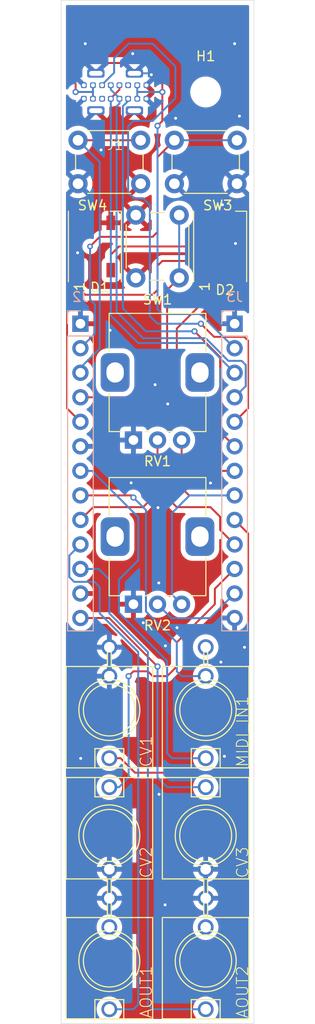
<source format=kicad_pcb>
(kicad_pcb (version 20240108) (generator "pcbnew") (generator_version "8.0")
  (layers (0 "F.Cu" signal) (31 "B.Cu" signal) (34 "B.Paste" user) (35 "F.Paste" user) (36 "B.SilkS" user "B.Silkscreen") (37 "F.SilkS" user "F.Silkscreen") (38 "B.Mask" user) (39 "F.Mask" user) (44 "Edge.Cuts" user))
  (net 0 "")
  (net 1 "GND")
  (net 3 "/AOUT1")
  (net 5 "/AOUT2")
  (net 6 "/CV1_JACK")
  (net 7 "/CV2_JACK")
  (net 8 "/CV3_JACK")
  (net 9 "+5V")
  (net 10 "/RGB")
  (net 11 "Net-(D1-DOUT)")
  (net 12 "/D+")
  (net 13 "/CC1")
  (net 14 "/VBUS")
  (net 16 "/D-")
  (net 17 "/CC2")
  (net 19 "/-10V_REF")
  (net 20 "/CV2_POT")
  (net 21 "/CV1_POT")
  (net 22 "/RESET")
  (net 23 "/MIDI_T")
  (net 24 "/USBBOOT")
  (net 25 "/MIDI_R")
  (net 26 "/SW1")
  (footprint "toepler_pro:WQP-PJ301M-12_JACK" (layer "F.Cu") (at 115 143.5 180)
    (property "Reference" "AOUT2" (at -4.5 -6 90) (layer "F.SilkS") (effects (font (size 1.1684 1.1684) (thickness 0.1016)) (justify left bottom)))
    (property "Value" "WQP-PJ301M-12_JACK")
    (fp_line (start 4.5 4.5) (end 4.5 -6) (stroke (width 0.127)) (layer "F.SilkS"))
    (fp_line (start 1.5 -4) (end 1.5 -6) (stroke (width 0.127)) (layer "F.SilkS"))
    (fp_line (start 1.5 -6) (end 4.5 -6) (stroke (width 0.127)) (layer "F.SilkS"))
    (fp_line (start 0.2 6.7) (end 0.2 4.5) (stroke (width 0.127)) (layer "F.SilkS"))
    (fp_line (start 0.2 4.5) (end 4.5 4.5) (stroke (width 0.127)) (layer "F.SilkS"))
    (fp_line (start -0.2 6.7) (end 0.2 6.7) (stroke (width 0.127)) (layer "F.SilkS"))
    (fp_line (start -0.2 4.6) (end -0.2 6.7) (stroke (width 0.127)) (layer "F.SilkS"))
    (fp_line (start -1.5 -4) (end 1.5 -4) (stroke (width 0.127)) (layer "F.SilkS"))
    (fp_line (start -1.5 -6) (end 1.5 -6) (stroke (width 0.127)) (layer "F.SilkS"))
    (fp_line (start -1.5 -6) (end -1.5 -4) (stroke (width 0.127)) (layer "F.SilkS"))
    (fp_line (start -4.5 4.5) (end 0.2 4.5) (stroke (width 0.127)) (layer "F.SilkS"))
    (fp_line (start -4.5 -6) (end -1.5 -6) (stroke (width 0.127)) (layer "F.SilkS"))
    (fp_line (start -4.5 -6) (end -4.5 4.5) (stroke (width 0.127)) (layer "F.SilkS"))
    (fp_circle (center 0 0) (end 3.162275 0) (stroke (width 0.127)) (fill none) (layer "F.SilkS"))
    (fp_circle (center 0 0) (end 2.690721 0) (stroke (width 0.127)) (fill none) (layer "F.SilkS"))
    (pad "P$1" thru_hole circle (at 0 -5 180) (size 1.65 1.65) (drill 1.1) (layers "*.Cu" "*.Mask") (net 5 "/AOUT2"))
    (pad "P$2" thru_hole circle (at 0 3.5 180) (size 1.65 1.65) (drill 1.1) (layers "*.Cu" "*.Mask"))
    (pad "P$3" thru_hole circle (at 0 6.5 180) (size 1.65 1.65) (drill 1.1) (layers "*.Cu" "*.Mask") (net 1 "GND"))
    (zone (net 0) (net_name "") (layer "F.Cu") (connect_pads (clearance 0)) (min_thickness 0.25)
      (keepout (tracks not_allowed) (vias not_allowed) (pads not_allowed) (copperpour not_allowed) (footprints allowed))
      (fill (thermal_gap 0.5) (thermal_bridge_width 0.5))
      (polygon (pts (xy 117.8 140.7) (xy 112.2 140.7) (xy 112.2 146.3) (xy 117.8 146.3)))
    )
  )
  (footprint "toepler_pro:WQP-PJ301M-12_JACK" (layer "F.Cu") (at 115 117.5 180)
    (property "Reference" "MIDI_IN1" (at -4.5 -6 90) (layer "F.SilkS") (effects (font (size 1.1684 1.1684) (thickness 0.1016)) (justify left bottom)))
    (property "Value" "STEREO JACK")
    (fp_line (start 4.5 4.5) (end 4.5 -6) (stroke (width 0.127)) (layer "F.SilkS"))
    (fp_line (start 1.5 -4) (end 1.5 -6) (stroke (width 0.127)) (layer "F.SilkS"))
    (fp_line (start 1.5 -6) (end 4.5 -6) (stroke (width 0.127)) (layer "F.SilkS"))
    (fp_line (start 0.2 6.7) (end 0.2 4.5) (stroke (width 0.127)) (layer "F.SilkS"))
    (fp_line (start 0.2 4.5) (end 4.5 4.5) (stroke (width 0.127)) (layer "F.SilkS"))
    (fp_line (start -0.2 6.7) (end 0.2 6.7) (stroke (width 0.127)) (layer "F.SilkS"))
    (fp_line (start -0.2 4.6) (end -0.2 6.7) (stroke (width 0.127)) (layer "F.SilkS"))
    (fp_line (start -1.5 -4) (end 1.5 -4) (stroke (width 0.127)) (layer "F.SilkS"))
    (fp_line (start -1.5 -6) (end 1.5 -6) (stroke (width 0.127)) (layer "F.SilkS"))
    (fp_line (start -1.5 -6) (end -1.5 -4) (stroke (width 0.127)) (layer "F.SilkS"))
    (fp_line (start -4.5 4.5) (end 0.2 4.5) (stroke (width 0.127)) (layer "F.SilkS"))
    (fp_line (start -4.5 -6) (end -1.5 -6) (stroke (width 0.127)) (layer "F.SilkS"))
    (fp_line (start -4.5 -6) (end -4.5 4.5) (stroke (width 0.127)) (layer "F.SilkS"))
    (fp_circle (center 0 0) (end 3.162275 0) (stroke (width 0.127)) (fill none) (layer "F.SilkS"))
    (fp_circle (center 0 0) (end 2.690721 0) (stroke (width 0.127)) (fill none) (layer "F.SilkS"))
    (pad "P$1" thru_hole circle (at 0 -5 180) (size 1.65 1.65) (drill 1.1) (layers "*.Cu" "*.Mask") (net 23 "/MIDI_T"))
    (pad "P$2" thru_hole circle (at 0 3.5 180) (size 1.65 1.65) (drill 1.1) (layers "*.Cu" "*.Mask") (net 25 "/MIDI_R"))
    (pad "P$3" thru_hole circle (at 0 6.5 180) (size 1.65 1.65) (drill 1.1) (layers "*.Cu" "*.Mask"))
    (zone (net 0) (net_name "") (layer "F.Cu") (connect_pads (clearance 0)) (min_thickness 0.25)
      (keepout (tracks not_allowed) (vias not_allowed) (pads not_allowed) (copperpour not_allowed) (footprints allowed))
      (fill (thermal_gap 0.5) (thermal_bridge_width 0.5))
      (polygon (pts (xy 117.8 114.7) (xy 112.2 114.7) (xy 112.2 120.3) (xy 117.8 120.3)))
    )
  )
  (footprint "Button_Switch_THT:SW_PUSH_6mm_H13mm" (layer "F.Cu") (at 118.25 63 180)
    (property "Reference" "SW3" (at 2 -2.25 0) (layer "F.SilkS"))
    (property "Value" "SW_Push")
    (fp_line (start 6.75 3) (end 6.75 1.5) (stroke (width 0.12)) (layer "F.SilkS"))
    (fp_line (start 5.5 -1) (end 1 -1) (stroke (width 0.12)) (layer "F.SilkS"))
    (fp_line (start 1 5.5) (end 5.5 5.5) (stroke (width 0.12)) (layer "F.SilkS"))
    (fp_line (start -0.25 1.5) (end -0.25 3) (stroke (width 0.12)) (layer "F.SilkS"))
    (pad "1" thru_hole circle (at 0 0 270) (size 2 2) (drill 1.1) (layers "*.Cu" "*.Mask") (net 1 "GND"))
    (pad "1" thru_hole circle (at 6.5 0 270) (size 2 2) (drill 1.1) (layers "*.Cu" "*.Mask") (net 1 "GND"))
    (pad "2" thru_hole circle (at 0 4.5 270) (size 2 2) (drill 1.1) (layers "*.Cu" "*.Mask") (net 22 "/RESET"))
    (pad "2" thru_hole circle (at 6.5 4.5 270) (size 2 2) (drill 1.1) (layers "*.Cu" "*.Mask") (net 22 "/RESET"))
  )
  (footprint "LED_SMD:LED_WS2812B_PLCC4_5.0x5.0mm_P3.2mm" (layer "F.Cu") (at 116.5 69.5 90)
    (property "Reference" "D2" (at -4.5 0.5 180) (layer "F.SilkS"))
    (property "Value" "WS2812B")
    (fp_line (start -3.65 -2.75) (end 3.65 -2.75) (stroke (width 0.12)) (layer "F.SilkS"))
    (fp_line (start 3.65 2.75) (end 3.65 1.6) (stroke (width 0.12)) (layer "F.SilkS"))
    (fp_line (start -3.65 2.75) (end 3.65 2.75) (stroke (width 0.12)) (layer "F.SilkS"))
    (fp_text user "1" (at -4.15 -1.6 90) (layer "F.SilkS"))
    (pad "1" smd rect (at -2.45 -1.65 90) (size 1.5 0.9) (layers "F.Cu" "F.Paste" "F.Mask") (net 9 "+5V"))
    (pad "2" smd rect (at -2.45 1.65 90) (size 1.5 0.9) (layers "F.Cu" "F.Paste" "F.Mask"))
    (pad "3" smd rect (at 2.45 1.65 90) (size 1.5 0.9) (layers "F.Cu" "F.Paste" "F.Mask") (net 1 "GND"))
    (pad "4" smd rect (at 2.45 -1.65 90) (size 1.5 0.9) (layers "F.Cu" "F.Paste" "F.Mask") (net 11 "Net-(D1-DOUT)"))
  )
  (footprint "toepler_pro:WQP-PJ301M-12_JACK" (layer "F.Cu") (at 105 130.5)
    (property "Reference" "CV2" (at 4.5 4.5 90) (layer "F.SilkS") (effects (font (size 1.1684 1.1684) (thickness 0.1016)) (justify left bottom)))
    (property "Value" "MONO JACK")
    (fp_line (start -4.5 -6) (end -4.5 4.5) (stroke (width 0.127)) (layer "F.SilkS"))
    (fp_line (start -4.5 -6) (end -1.5 -6) (stroke (width 0.127)) (layer "F.SilkS"))
    (fp_line (start -4.5 4.5) (end 0.2 4.5) (stroke (width 0.127)) (layer "F.SilkS"))
    (fp_line (start -1.5 -6) (end -1.5 -4) (stroke (width 0.127)) (layer "F.SilkS"))
    (fp_line (start -1.5 -6) (end 1.5 -6) (stroke (width 0.127)) (layer "F.SilkS"))
    (fp_line (start -1.5 -4) (end 1.5 -4) (stroke (width 0.127)) (layer "F.SilkS"))
    (fp_line (start -0.2 4.6) (end -0.2 6.7) (stroke (width 0.127)) (layer "F.SilkS"))
    (fp_line (start -0.2 6.7) (end 0.2 6.7) (stroke (width 0.127)) (layer "F.SilkS"))
    (fp_line (start 0.2 4.5) (end 4.5 4.5) (stroke (width 0.127)) (layer "F.SilkS"))
    (fp_line (start 0.2 6.7) (end 0.2 4.5) (stroke (width 0.127)) (layer "F.SilkS"))
    (fp_line (start 1.5 -6) (end 4.5 -6) (stroke (width 0.127)) (layer "F.SilkS"))
    (fp_line (start 1.5 -4) (end 1.5 -6) (stroke (width 0.127)) (layer "F.SilkS"))
    (fp_line (start 4.5 4.5) (end 4.5 -6) (stroke (width 0.127)) (layer "F.SilkS"))
    (fp_circle (center 0 0) (end 2.690721 0) (stroke (width 0.127)) (fill none) (layer "F.SilkS"))
    (fp_circle (center 0 0) (end 3.162275 0) (stroke (width 0.127)) (fill none) (layer "F.SilkS"))
    (pad "P$1" thru_hole circle (at 0 -5) (size 1.65 1.65) (drill 1.1) (layers "*.Cu" "*.Mask") (net 7 "/CV2_JACK"))
    (pad "P$2" thru_hole circle (at 0 3.5) (size 1.65 1.65) (drill 1.1) (layers "*.Cu" "*.Mask") (net 1 "GND"))
    (pad "P$3" thru_hole circle (at 0 6.5) (size 1.65 1.65) (drill 1.1) (layers "*.Cu" "*.Mask") (net 1 "GND"))
    (zone (net 0) (net_name "") (layer "F.Cu") (connect_pads (clearance 0)) (min_thickness 0.25)
      (keepout (tracks not_allowed) (vias not_allowed) (pads not_allowed) (copperpour not_allowed) (footprints allowed))
      (fill (thermal_gap 0.5) (thermal_bridge_width 0.5))
      (polygon (pts (xy 102.2 133.3) (xy 107.8 133.3) (xy 107.8 127.7) (xy 102.2 127.7)))
    )
  )
  (footprint "Button_Switch_THT:SW_PUSH_6mm_H13mm" (layer "F.Cu") (at 108.25 63 180)
    (property "Reference" "SW4" (at 5 -2.25 0) (layer "F.SilkS"))
    (property "Value" "SW_Push")
    (fp_line (start 6.75 3) (end 6.75 1.5) (stroke (width 0.12)) (layer "F.SilkS"))
    (fp_line (start 5.5 -1) (end 1 -1) (stroke (width 0.12)) (layer "F.SilkS"))
    (fp_line (start 1 5.5) (end 5.5 5.5) (stroke (width 0.12)) (layer "F.SilkS"))
    (fp_line (start -0.25 1.5) (end -0.25 3) (stroke (width 0.12)) (layer "F.SilkS"))
    (pad "1" thru_hole circle (at 0 0 270) (size 2 2) (drill 1.1) (layers "*.Cu" "*.Mask") (net 1 "GND"))
    (pad "1" thru_hole circle (at 6.5 0 270) (size 2 2) (drill 1.1) (layers "*.Cu" "*.Mask") (net 1 "GND"))
    (pad "2" thru_hole circle (at 0 4.5 270) (size 2 2) (drill 1.1) (layers "*.Cu" "*.Mask") (net 24 "/USBBOOT"))
    (pad "2" thru_hole circle (at 6.5 4.5 270) (size 2 2) (drill 1.1) (layers "*.Cu" "*.Mask") (net 24 "/USBBOOT"))
  )
  (footprint "toepler_pro:WQP-PJ301M-12_JACK" (layer "F.Cu") (at 115 130.5)
    (property "Reference" "CV3" (at 4.5 4.5 90) (layer "F.SilkS") (effects (font (size 1.1684 1.1684) (thickness 0.1016)) (justify left bottom)))
    (property "Value" "MONO JACK")
    (fp_line (start -4.5 -6) (end -4.5 4.5) (stroke (width 0.127)) (layer "F.SilkS"))
    (fp_line (start -4.5 -6) (end -1.5 -6) (stroke (width 0.127)) (layer "F.SilkS"))
    (fp_line (start -4.5 4.5) (end 0.2 4.5) (stroke (width 0.127)) (layer "F.SilkS"))
    (fp_line (start -1.5 -6) (end -1.5 -4) (stroke (width 0.127)) (layer "F.SilkS"))
    (fp_line (start -1.5 -6) (end 1.5 -6) (stroke (width 0.127)) (layer "F.SilkS"))
    (fp_line (start -1.5 -4) (end 1.5 -4) (stroke (width 0.127)) (layer "F.SilkS"))
    (fp_line (start -0.2 4.6) (end -0.2 6.7) (stroke (width 0.127)) (layer "F.SilkS"))
    (fp_line (start -0.2 6.7) (end 0.2 6.7) (stroke (width 0.127)) (layer "F.SilkS"))
    (fp_line (start 0.2 4.5) (end 4.5 4.5) (stroke (width 0.127)) (layer "F.SilkS"))
    (fp_line (start 0.2 6.7) (end 0.2 4.5) (stroke (width 0.127)) (layer "F.SilkS"))
    (fp_line (start 1.5 -6) (end 4.5 -6) (stroke (width 0.127)) (layer "F.SilkS"))
    (fp_line (start 1.5 -4) (end 1.5 -6) (stroke (width 0.127)) (layer "F.SilkS"))
    (fp_line (start 4.5 4.5) (end 4.5 -6) (stroke (width 0.127)) (layer "F.SilkS"))
    (fp_circle (center 0 0) (end 2.690721 0) (stroke (width 0.127)) (fill none) (layer "F.SilkS"))
    (fp_circle (center 0 0) (end 3.162275 0) (stroke (width 0.127)) (fill none) (layer "F.SilkS"))
    (pad "P$1" thru_hole circle (at 0 -5) (size 1.65 1.65) (drill 1.1) (layers "*.Cu" "*.Mask") (net 8 "/CV3_JACK"))
    (pad "P$2" thru_hole circle (at 0 3.5) (size 1.65 1.65) (drill 1.1) (layers "*.Cu" "*.Mask") (net 1 "GND"))
    (pad "P$3" thru_hole circle (at 0 6.5) (size 1.65 1.65) (drill 1.1) (layers "*.Cu" "*.Mask") (net 1 "GND"))
    (zone (net 0) (net_name "") (layer "F.Cu") (connect_pads (clearance 0)) (min_thickness 0.25)
      (keepout (tracks not_allowed) (vias not_allowed) (pads not_allowed) (copperpour not_allowed) (footprints allowed))
      (fill (thermal_gap 0.5) (thermal_bridge_width 0.5))
      (polygon (pts (xy 112.2 133.3) (xy 117.8 133.3) (xy 117.8 127.7) (xy 112.2 127.7)))
    )
  )
  (footprint "Library:Potentiometer_Alps_RK09K_Single_Vertical_DSHAFT" (layer "F.Cu") (at 107.5 106.55 90)
    (property "Reference" "RV2" (at -2.2 2.5 180) (layer "F.SilkS"))
    (property "Value" "B10k")
    (fp_line (start 13.12 -2.521) (end 13.12 7.52) (stroke (width 0.12)) (layer "F.SilkS"))
    (fp_line (start 9.184 -2.521) (end 13.12 -2.521) (stroke (width 0.12)) (layer "F.SilkS"))
    (fp_line (start 0.88 -2.521) (end 4.817 -2.521) (stroke (width 0.12)) (layer "F.SilkS"))
    (fp_line (start 0.88 -2.521) (end 0.88 -1.2) (stroke (width 0.12)) (layer "F.SilkS"))
    (fp_line (start 0.88 1.25) (end 0.88 1.63) (stroke (width 0.12)) (layer "F.SilkS"))
    (fp_line (start 0.88 3.371) (end 0.88 4.13) (stroke (width 0.12)) (layer "F.SilkS"))
    (fp_line (start 0.88 5.87) (end 0.88 7.52) (stroke (width 0.12)) (layer "F.SilkS"))
    (fp_line (start 9.184 7.52) (end 13.12 7.52) (stroke (width 0.12)) (layer "F.SilkS"))
    (fp_line (start 0.88 7.52) (end 4.817 7.52) (stroke (width 0.12)) (layer "F.SilkS"))
    (pad "1" thru_hole rect (at 0 0 90) (size 1.8 1.8) (drill 1) (layers "*.Cu" "*.Mask") (net 1 "GND"))
    (pad "2" thru_hole circle (at 0 2.5 90) (size 1.8 1.8) (drill 1) (layers "*.Cu" "*.Mask") (net 20 "/CV2_POT"))
    (pad "3" thru_hole circle (at 0 5 90) (size 1.8 1.8) (drill 1) (layers "*.Cu" "*.Mask") (net 19 "/-10V_REF"))
    (pad "MP" thru_hole roundrect (at 7 -1.9 90) (size 4 3) (drill oval 2.1 1.8) (layers "*.Cu" "*.Mask"))
    (pad "MP" thru_hole roundrect (at 7 6.9 90) (size 4 3) (drill oval 2.1 1.8) (layers "*.Cu" "*.Mask"))
  )
  (footprint "Library:UJ20-C-V-C-2-SMT-TR" (layer "F.Cu") (at 105.6 53.5)
    (property "Reference" "J1" (at 0 5.5 0) (layer "F.SilkS") (effects (font (thickness 0.1))))
    (property "Value" "USB_C_Receptacle_USB2.0_16P")
    (pad "A1" thru_hole roundrect (at -3.25 -0.7 90) (size 0.6 0.6) (drill oval 0.4) (layers "*.Cu" "F.Paste" "F.Mask") (net 1 "GND"))
    (pad "A4" thru_hole roundrect (at -2.3 -0.7 90) (size 0.6 0.6) (drill oval 0.4) (layers "*.Cu" "F.Paste" "F.Mask") (net 14 "/VBUS"))
    (pad "A5" thru_hole roundrect (at -1.35 -0.7 90) (size 0.6 0.6) (drill oval 0.4) (layers "*.Cu" "F.Paste" "F.Mask") (net 13 "/CC1"))
    (pad "A6" thru_hole roundrect (at -0.45 -0.7 90) (size 0.6 0.6) (drill oval 0.4) (layers "*.Cu" "F.Paste" "F.Mask") (net 12 "/D+"))
    (pad "A7" thru_hole roundrect (at 0.45 -0.7 90) (size 0.6 0.6) (drill oval 0.4) (layers "*.Cu" "F.Paste" "F.Mask") (net 16 "/D-"))
    (pad "A8" thru_hole roundrect (at 1.35 -0.7 90) (size 0.6 0.6) (drill oval 0.4) (layers "*.Cu" "F.Paste" "F.Mask"))
    (pad "A9" thru_hole roundrect (at 2.3 -0.7 90) (size 0.6 0.6) (drill oval 0.4) (layers "*.Cu" "F.Paste" "F.Mask") (net 14 "/VBUS"))
    (pad "A12" thru_hole roundrect (at 3.25 -0.7 90) (size 0.6 0.6) (drill oval 0.4) (layers "*.Cu" "F.Paste" "F.Mask") (net 1 "GND"))
    (pad "B1" thru_hole roundrect (at 3.25 0.7 90) (size 0.6 0.6) (drill oval 0.4) (layers "*.Cu" "F.Paste" "F.Mask") (net 1 "GND"))
    (pad "B4" thru_hole roundrect (at 2.3 0.7 90) (size 0.6 0.6) (drill oval 0.4) (layers "*.Cu" "F.Paste" "F.Mask") (net 14 "/VBUS"))
    (pad "B5" thru_hole roundrect (at 1.35 0.7 90) (size 0.6 0.6) (drill oval 0.4) (layers "*.Cu" "F.Paste" "F.Mask") (net 17 "/CC2"))
    (pad "B6" thru_hole roundrect (at 0.45 0.7 90) (size 0.6 0.6) (drill oval 0.4) (layers "*.Cu" "F.Paste" "F.Mask") (net 12 "/D+"))
    (pad "B7" thru_hole roundrect (at -0.45 0.7 90) (size 0.6 0.6) (drill oval 0.4) (layers "*.Cu" "F.Paste" "F.Mask") (net 16 "/D-"))
    (pad "B8" thru_hole roundrect (at -1.35 0.7 90) (size 0.6 0.6) (drill oval 0.4) (layers "*.Cu" "F.Paste" "F.Mask"))
    (pad "B9" thru_hole roundrect (at -2.3 0.7 90) (size 0.6 0.6) (drill oval 0.4) (layers "*.Cu" "F.Paste" "F.Mask") (net 14 "/VBUS"))
    (pad "B12" thru_hole roundrect (at -3.25 0.7 90) (size 0.6 0.6) (drill oval 0.4) (layers "*.Cu" "F.Paste" "F.Mask") (net 1 "GND"))
    (pad "SH1" thru_hole roundrect (at -2 -1.93) (size 1.8 0.9) (drill oval 1.4 0.5) (layers "*.Cu" "F.Paste" "F.Mask") (net 1 "GND"))
    (pad "SH2" thru_hole roundrect (at 2 -1.93) (size 1.8 0.9) (drill oval 1.4 0.5) (layers "*.Cu" "F.Paste" "F.Mask") (net 1 "GND"))
    (pad "SH3" thru_hole roundrect (at -2 1.93) (size 1.8 0.9) (drill oval 1.4 0.5) (layers "*.Cu" "F.Paste" "F.Mask") (net 1 "GND"))
    (pad "SH4" thru_hole roundrect (at 2 1.93) (size 1.8 0.9) (drill oval 1.4 0.5) (layers "*.Cu" "F.Paste" "F.Mask") (net 1 "GND"))
  )
  (footprint "MountingHole:MountingHole_2.7mm_M2.5" (layer "F.Cu") (at 115 53.5)
    (property "Reference" "H1" (at 0 -3.7 0) (layer "F.SilkS"))
    (property "Value" "MountingHole")
    (pad "" np_thru_hole circle (at 0 0) (size 2.7 2.7) (drill 2.7) (layers "*.Cu" "*.Mask"))
  )
  (footprint "Button_Switch_THT:SW_PUSH_6mm_H13mm" (layer "F.Cu") (at 107.75 72.75 90)
    (property "Reference" "SW1" (at -2.25 2.25 180) (layer "F.SilkS"))
    (property "Value" "SW_Push")
    (fp_line (start 5.5 -1) (end 1 -1) (stroke (width 0.12)) (layer "F.SilkS"))
    (fp_line (start -0.25 1.5) (end -0.25 3) (stroke (width 0.12)) (layer "F.SilkS"))
    (fp_line (start 6.75 3) (end 6.75 1.5) (stroke (width 0.12)) (layer "F.SilkS"))
    (fp_line (start 1 5.5) (end 5.5 5.5) (stroke (width 0.12)) (layer "F.SilkS"))
    (pad "1" thru_hole circle (at 0 0 180) (size 2 2) (drill 1.1) (layers "*.Cu" "*.Mask") (net 1 "GND"))
    (pad "1" thru_hole circle (at 6.5 0 180) (size 2 2) (drill 1.1) (layers "*.Cu" "*.Mask") (net 1 "GND"))
    (pad "2" thru_hole circle (at 0 4.5 180) (size 2 2) (drill 1.1) (layers "*.Cu" "*.Mask") (net 26 "/SW1"))
    (pad "2" thru_hole circle (at 6.5 4.5 180) (size 2 2) (drill 1.1) (layers "*.Cu" "*.Mask") (net 26 "/SW1"))
  )
  (footprint "Library:Potentiometer_Alps_RK09K_Single_Vertical_DSHAFT" (layer "F.Cu") (at 107.5 89.55 90)
    (property "Reference" "RV1" (at -2.2 2.5 180) (layer "F.SilkS"))
    (property "Value" "B10k")
    (fp_line (start 13.12 -2.521) (end 13.12 7.52) (stroke (width 0.12)) (layer "F.SilkS"))
    (fp_line (start 9.184 -2.521) (end 13.12 -2.521) (stroke (width 0.12)) (layer "F.SilkS"))
    (fp_line (start 0.88 -2.521) (end 4.817 -2.521) (stroke (width 0.12)) (layer "F.SilkS"))
    (fp_line (start 0.88 -2.521) (end 0.88 -1.2) (stroke (width 0.12)) (layer "F.SilkS"))
    (fp_line (start 0.88 1.25) (end 0.88 1.63) (stroke (width 0.12)) (layer "F.SilkS"))
    (fp_line (start 0.88 3.371) (end 0.88 4.13) (stroke (width 0.12)) (layer "F.SilkS"))
    (fp_line (start 0.88 5.87) (end 0.88 7.52) (stroke (width 0.12)) (layer "F.SilkS"))
    (fp_line (start 9.184 7.52) (end 13.12 7.52) (stroke (width 0.12)) (layer "F.SilkS"))
    (fp_line (start 0.88 7.52) (end 4.817 7.52) (stroke (width 0.12)) (layer "F.SilkS"))
    (pad "1" thru_hole rect (at 0 0 90) (size 1.8 1.8) (drill 1) (layers "*.Cu" "*.Mask") (net 1 "GND"))
    (pad "2" thru_hole circle (at 0 2.5 90) (size 1.8 1.8) (drill 1) (layers "*.Cu" "*.Mask") (net 21 "/CV1_POT"))
    (pad "3" thru_hole circle (at 0 5 90) (size 1.8 1.8) (drill 1) (layers "*.Cu" "*.Mask") (net 19 "/-10V_REF"))
    (pad "MP" thru_hole roundrect (at 7 -1.9 90) (size 4 3) (drill oval 2.1 1.8) (layers "*.Cu" "*.Mask"))
    (pad "MP" thru_hole roundrect (at 7 6.9 90) (size 4 3) (drill oval 2.1 1.8) (layers "*.Cu" "*.Mask"))
  )
  (footprint "toepler_pro:WQP-PJ301M-12_JACK" (layer "F.Cu") (at 105 143.5 180)
    (property "Reference" "AOUT1" (at -4.5 -6 90) (layer "F.SilkS") (effects (font (size 1.1684 1.1684) (thickness 0.1016)) (justify left bottom)))
    (property "Value" "WQP-PJ301M-12_JACK")
    (fp_line (start 4.5 4.5) (end 4.5 -6) (stroke (width 0.127)) (layer "F.SilkS"))
    (fp_line (start 1.5 -4) (end 1.5 -6) (stroke (width 0.127)) (layer "F.SilkS"))
    (fp_line (start 1.5 -6) (end 4.5 -6) (stroke (width 0.127)) (layer "F.SilkS"))
    (fp_line (start 0.2 6.7) (end 0.2 4.5) (stroke (width 0.127)) (layer "F.SilkS"))
    (fp_line (start 0.2 4.5) (end 4.5 4.5) (stroke (width 0.127)) (layer "F.SilkS"))
    (fp_line (start -0.2 6.7) (end 0.2 6.7) (stroke (width 0.127)) (layer "F.SilkS"))
    (fp_line (start -0.2 4.6) (end -0.2 6.7) (stroke (width 0.127)) (layer "F.SilkS"))
    (fp_line (start -1.5 -4) (end 1.5 -4) (stroke (width 0.127)) (layer "F.SilkS"))
    (fp_line (start -1.5 -6) (end 1.5 -6) (stroke (width 0.127)) (layer "F.SilkS"))
    (fp_line (start -1.5 -6) (end -1.5 -4) (stroke (width 0.127)) (layer "F.SilkS"))
    (fp_line (start -4.5 4.5) (end 0.2 4.5) (stroke (width 0.127)) (layer "F.SilkS"))
    (fp_line (start -4.5 -6) (end -1.5 -6) (stroke (width 0.127)) (layer "F.SilkS"))
    (fp_line (start -4.5 -6) (end -4.5 4.5) (stroke (width 0.127)) (layer "F.SilkS"))
    (fp_circle (center 0 0) (end 3.162275 0) (stroke (width 0.127)) (fill none) (layer "F.SilkS"))
    (fp_circle (center 0 0) (end 2.690721 0) (stroke (width 0.127)) (fill none) (layer "F.SilkS"))
    (pad "P$1" thru_hole circle (at 0 -5 180) (size 1.65 1.65) (drill 1.1) (layers "*.Cu" "*.Mask") (net 3 "/AOUT1"))
    (pad "P$2" thru_hole circle (at 0 3.5 180) (size 1.65 1.65) (drill 1.1) (layers "*.Cu" "*.Mask"))
    (pad "P$3" thru_hole circle (at 0 6.5 180) (size 1.65 1.65) (drill 1.1) (layers "*.Cu" "*.Mask") (net 1 "GND"))
    (zone (net 0) (net_name "") (layer "F.Cu") (connect_pads (clearance 0)) (min_thickness 0.25)
      (keepout (tracks not_allowed) (vias not_allowed) (pads not_allowed) (copperpour not_allowed) (footprints allowed))
      (fill (thermal_gap 0.5) (thermal_bridge_width 0.5))
      (polygon (pts (xy 107.8 140.7) (xy 102.2 140.7) (xy 102.2 146.3) (xy 107.8 146.3)))
    )
  )
  (footprint "LED_SMD:LED_WS2812B_PLCC4_5.0x5.0mm_P3.2mm" (layer "F.Cu") (at 103.5 69.5 90)
    (property "Reference" "D1" (at -4.25 0.5 180) (layer "F.SilkS"))
    (property "Value" "WS2812B")
    (fp_line (start -3.65 -2.75) (end 3.65 -2.75) (stroke (width 0.12)) (layer "F.SilkS"))
    (fp_line (start 3.65 2.75) (end 3.65 1.6) (stroke (width 0.12)) (layer "F.SilkS"))
    (fp_line (start -3.65 2.75) (end 3.65 2.75) (stroke (width 0.12)) (layer "F.SilkS"))
    (fp_text user "1" (at -4.15 -1.6 90) (layer "F.SilkS"))
    (pad "1" smd rect (at -2.45 -1.65 90) (size 1.5 0.9) (layers "F.Cu" "F.Paste" "F.Mask") (net 9 "+5V"))
    (pad "2" smd rect (at -2.45 1.65 90) (size 1.5 0.9) (layers "F.Cu" "F.Paste" "F.Mask") (net 11 "Net-(D1-DOUT)"))
    (pad "3" smd rect (at 2.45 1.65 90) (size 1.5 0.9) (layers "F.Cu" "F.Paste" "F.Mask") (net 1 "GND"))
    (pad "4" smd rect (at 2.45 -1.65 90) (size 1.5 0.9) (layers "F.Cu" "F.Paste" "F.Mask") (net 10 "/RGB"))
  )
  (footprint "toepler_pro:WQP-PJ301M-12_JACK" (layer "F.Cu") (at 105 117.5 180)
    (property "Reference" "CV1" (at -4.5 -6 90) (layer "F.SilkS") (effects (font (size 1.1684 1.1684) (thickness 0.1016)) (justify left bottom)))
    (property "Value" "MONO JACK")
    (fp_line (start 4.5 4.5) (end 4.5 -6) (stroke (width 0.127)) (layer "F.SilkS"))
    (fp_line (start 1.5 -4) (end 1.5 -6) (stroke (width 0.127)) (layer "F.SilkS"))
    (fp_line (start 1.5 -6) (end 4.5 -6) (stroke (width 0.127)) (layer "F.SilkS"))
    (fp_line (start 0.2 6.7) (end 0.2 4.5) (stroke (width 0.127)) (layer "F.SilkS"))
    (fp_line (start 0.2 4.5) (end 4.5 4.5) (stroke (width 0.127)) (layer "F.SilkS"))
    (fp_line (start -0.2 6.7) (end 0.2 6.7) (stroke (width 0.127)) (layer "F.SilkS"))
    (fp_line (start -0.2 4.6) (end -0.2 6.7) (stroke (width 0.127)) (layer "F.SilkS"))
    (fp_line (start -1.5 -4) (end 1.5 -4) (stroke (width 0.127)) (layer "F.SilkS"))
    (fp_line (start -1.5 -6) (end 1.5 -6) (stroke (width 0.127)) (layer "F.SilkS"))
    (fp_line (start -1.5 -6) (end -1.5 -4) (stroke (width 0.127)) (layer "F.SilkS"))
    (fp_line (start -4.5 4.5) (end 0.2 4.5) (stroke (width 0.127)) (layer "F.SilkS"))
    (fp_line (start -4.5 -6) (end -1.5 -6) (stroke (width 0.127)) (layer "F.SilkS"))
    (fp_line (start -4.5 -6) (end -4.5 4.5) (stroke (width 0.127)) (layer "F.SilkS"))
    (fp_circle (center 0 0) (end 3.162275 0) (stroke (width 0.127)) (fill none) (layer "F.SilkS"))
    (fp_circle (center 0 0) (end 2.690721 0) (stroke (width 0.127)) (fill none) (layer "F.SilkS"))
    (pad "P$1" thru_hole circle (at 0 -5 180) (size 1.65 1.65) (drill 1.1) (layers "*.Cu" "*.Mask") (net 6 "/CV1_JACK"))
    (pad "P$2" thru_hole circle (at 0 3.5 180) (size 1.65 1.65) (drill 1.1) (layers "*.Cu" "*.Mask") (net 1 "GND"))
    (pad "P$3" thru_hole circle (at 0 6.5 180) (size 1.65 1.65) (drill 1.1) (layers "*.Cu" "*.Mask") (net 1 "GND"))
    (zone (net 0) (net_name "") (layer "F.Cu") (connect_pads (clearance 0)) (min_thickness 0.25)
      (keepout (tracks not_allowed) (vias not_allowed) (pads not_allowed) (copperpour not_allowed) (footprints allowed))
      (fill (thermal_gap 0.5) (thermal_bridge_width 0.5))
      (polygon (pts (xy 107.8 114.7) (xy 102.2 114.7) (xy 102.2 120.3) (xy 107.8 120.3)))
    )
  )
  (footprint "Connector_PinSocket_2.54mm:PinSocket_1x13_P2.54mm_Vertical" (layer "B.Cu") (at 102 77.5 180)
    (property "Reference" "J2" (at 0 2.77 0) (layer "B.SilkS") (effects (justify mirror)))
    (property "Value" "Conn_01x13")
    (fp_line (start 1.33 1.33) (end 0 1.33) (stroke (width 0.12)) (layer "B.SilkS"))
    (fp_line (start 1.33 0) (end 1.33 1.33) (stroke (width 0.12)) (layer "B.SilkS"))
    (fp_line (start 1.33 -1.27) (end -1.33 -1.27) (stroke (width 0.12)) (layer "B.SilkS"))
    (fp_line (start 1.33 -31.81) (end 1.33 -1.27) (stroke (width 0.12)) (layer "B.SilkS"))
    (fp_line (start 1.33 -31.81) (end -1.33 -31.81) (stroke (width 0.12)) (layer "B.SilkS"))
    (fp_line (start -1.33 -31.81) (end -1.33 -1.27) (stroke (width 0.12)) (layer "B.SilkS"))
    (pad "1" thru_hole rect (at 0 0 180) (size 1.7 1.7) (drill 1) (layers "*.Cu" "*.Mask") (net 1 "GND"))
    (pad "2" thru_hole oval (at 0 -2.54 180) (size 1.7 1.7) (drill 1) (layers "*.Cu" "*.Mask") (net 22 "/RESET"))
    (pad "3" thru_hole oval (at 0 -5.08 180) (size 1.7 1.7) (drill 1) (layers "*.Cu" "*.Mask") (net 24 "/USBBOOT"))
    (pad "4" thru_hole oval (at 0 -7.62 180) (size 1.7 1.7) (drill 1) (layers "*.Cu" "*.Mask") (net 26 "/SW1"))
    (pad "5" thru_hole oval (at 0 -10.16 180) (size 1.7 1.7) (drill 1) (layers "*.Cu" "*.Mask") (net 10 "/RGB"))
    (pad "6" thru_hole oval (at 0 -12.7 180) (size 1.7 1.7) (drill 1) (layers "*.Cu" "*.Mask") (net 1 "GND"))
    (pad "7" thru_hole oval (at 0 -15.24 180) (size 1.7 1.7) (drill 1) (layers "*.Cu" "*.Mask") (net 23 "/MIDI_T"))
    (pad "8" thru_hole oval (at 0 -17.78 180) (size 1.7 1.7) (drill 1) (layers "*.Cu" "*.Mask") (net 25 "/MIDI_R"))
    (pad "9" thru_hole oval (at 0 -20.32 180) (size 1.7 1.7) (drill 1) (layers "*.Cu" "*.Mask") (net 9 "+5V"))
    (pad "10" thru_hole oval (at 0 -22.86 180) (size 1.7 1.7) (drill 1) (layers "*.Cu" "*.Mask") (net 3 "/AOUT1"))
    (pad "11" thru_hole oval (at 0 -25.4 180) (size 1.7 1.7) (drill 1) (layers "*.Cu" "*.Mask") (net 5 "/AOUT2"))
    (pad "12" thru_hole oval (at 0 -27.94 180) (size 1.7 1.7) (drill 1) (layers "*.Cu" "*.Mask") (net 1 "GND"))
    (pad "13" thru_hole oval (at 0 -30.48 180) (size 1.7 1.7) (drill 1) (layers "*.Cu" "*.Mask") (net 8 "/CV3_JACK"))
  )
  (footprint "Connector_PinSocket_2.54mm:PinSocket_1x13_P2.54mm_Vertical" (layer "B.Cu") (at 118 77.5 180)
    (property "Reference" "J3" (at 0 2.77 0) (layer "B.SilkS") (effects (justify mirror)))
    (property "Value" "Conn_01x13")
    (fp_line (start 1.33 1.33) (end 0 1.33) (stroke (width 0.12)) (layer "B.SilkS"))
    (fp_line (start 1.33 0) (end 1.33 1.33) (stroke (width 0.12)) (layer "B.SilkS"))
    (fp_line (start 1.33 -1.27) (end -1.33 -1.27) (stroke (width 0.12)) (layer "B.SilkS"))
    (fp_line (start 1.33 -31.81) (end 1.33 -1.27) (stroke (width 0.12)) (layer "B.SilkS"))
    (fp_line (start 1.33 -31.81) (end -1.33 -31.81) (stroke (width 0.12)) (layer "B.SilkS"))
    (fp_line (start -1.33 -31.81) (end -1.33 -1.27) (stroke (width 0.12)) (layer "B.SilkS"))
    (pad "1" thru_hole rect (at 0 0 180) (size 1.7 1.7) (drill 1) (layers "*.Cu" "*.Mask") (net 1 "GND"))
    (pad "2" thru_hole oval (at 0 -2.54 180) (size 1.7 1.7) (drill 1) (layers "*.Cu" "*.Mask") (net 14 "/VBUS"))
    (pad "3" thru_hole oval (at 0 -5.08 180) (size 1.7 1.7) (drill 1) (layers "*.Cu" "*.Mask") (net 16 "/D-"))
    (pad "4" thru_hole oval (at 0 -7.62 180) (size 1.7 1.7) (drill 1) (layers "*.Cu" "*.Mask") (net 12 "/D+"))
    (pad "5" thru_hole oval (at 0 -10.16 180) (size 1.7 1.7) (drill 1) (layers "*.Cu" "*.Mask") (net 13 "/CC1"))
    (pad "6" thru_hole oval (at 0 -12.7 180) (size 1.7 1.7) (drill 1) (layers "*.Cu" "*.Mask") (net 17 "/CC2"))
    (pad "7" thru_hole oval (at 0 -15.24 180) (size 1.7 1.7) (drill 1) (layers "*.Cu" "*.Mask") (net 9 "+5V"))
    (pad "8" thru_hole oval (at 0 -17.78 180) (size 1.7 1.7) (drill 1) (layers "*.Cu" "*.Mask") (net 19 "/-10V_REF"))
    (pad "9" thru_hole oval (at 0 -20.32 180) (size 1.7 1.7) (drill 1) (layers "*.Cu" "*.Mask") (net 6 "/CV1_JACK"))
    (pad "10" thru_hole oval (at 0 -22.86 180) (size 1.7 1.7) (drill 1) (layers "*.Cu" "*.Mask") (net 21 "/CV1_POT"))
    (pad "11" thru_hole oval (at 0 -25.4 180) (size 1.7 1.7) (drill 1) (layers "*.Cu" "*.Mask") (net 7 "/CV2_JACK"))
    (pad "12" thru_hole oval (at 0 -27.94 180) (size 1.7 1.7) (drill 1) (layers "*.Cu" "*.Mask") (net 20 "/CV2_POT"))
    (pad "13" thru_hole oval (at 0 -30.48 180) (size 1.7 1.7) (drill 1) (layers "*.Cu" "*.Mask") (net 1 "GND"))
  )
  (gr_rect (start 100 44) (end 120 150) (stroke (width 0.05)) (fill none) (layer "Edge.Cuts"))
  (via (at 104.13845 59.505559) (size 0.6) (drill 0.3) (layers "F.Cu" "B.Cu") (net 1))
  (via (at 102.026786 122.519562) (size 0.6) (drill 0.3) (layers "F.Cu" "B.Cu") (net 1))
  (via (at 116.942928 122.302072) (size 0.6) (drill 0.3) (layers "F.Cu" "B.Cu") (net 1))
  (via (at 118 48.5) (size 0.6) (drill 0.3) (layers "F.Cu" "B.Cu") (net 1))
  (via (at 110.133879 104.346233) (size 0.6) (drill 0.3) (layers "F.Cu" "B.Cu") (net 1))
  (via (at 109.357116 51.710681) (size 0.6) (drill 0.3) (layers "F.Cu" "B.Cu") (net 1))
  (via (at 105.07578 78.181037) (size 0.6) (drill 0.3) (layers "F.Cu" "B.Cu") (net 1))
  (via (at 119.027757 111.010642) (size 0.6) (drill 0.3) (layers "F.Cu" "B.Cu") (net 1))
  (via (at 110.154727 126.238228) (size 0.6) (drill 0.3) (layers "F.Cu" "B.Cu") (net 1))
  (via (at 107.425057 49.531907) (size 0.6) (drill 0.3) (layers "F.Cu" "B.Cu") (net 1))
  (via (at 111.879561 56.221881) (size 0.6) (drill 0.3) (layers "F.Cu" "B.Cu") (net 1))
  (via (at 116.732481 65.176848) (size 0.6) (drill 0.3) (layers "F.Cu" "B.Cu") (net 1))
  (via (at 102.5 48.5) (size 0.6) (drill 0.3) (layers "F.Cu" "B.Cu") (net 1))
  (via (at 108.522167 108.468263) (size 0.6) (drill 0.3) (layers "F.Cu" "B.Cu") (net 1))
  (via (at 118.094569 69.193617) (size 0.6) (drill 0.3) (layers "F.Cu" "B.Cu") (net 1))
  (via (at 101.70615 70.152082) (size 0.6) (drill 0.3) (layers "F.Cu" "B.Cu") (net 1))
  (via (at 111.059654 85.808773) (size 0.6) (drill 0.3) (layers "F.Cu" "B.Cu") (net 1))
  (via (at 115.5 94) (size 0.6) (drill 0.3) (layers "F.Cu" "B.Cu") (net 1))
  (via (at 112.020413 108.97797) (size 0.6) (drill 0.3) (layers "F.Cu" "B.Cu") (net 1))
  (via (at 110.786802 137.686972) (size 0.6) (drill 0.3) (layers "F.Cu" "B.Cu") (net 1))
  (via (at 110.049206 96.549605) (size 0.6) (drill 0.3) (layers "F.Cu" "B.Cu") (net 1))
  (via (at 110.818536 110.857198) (size 0.6) (drill 0.3) (layers "F.Cu" "B.Cu") (net 1))
  (via (at 116.575998 112.545075) (size 0.6) (drill 0.3) (layers "F.Cu" "B.Cu") (net 1))
  (via (at 118.5 56) (size 0.6) (drill 0.3) (layers "F.Cu" "B.Cu") (net 1))
  (via (at 109.750845 83.816604) (size 0.6) (drill 0.3) (layers "F.Cu" "B.Cu") (net 1))
  (via (at 107.263875 93.981096) (size 0.6) (drill 0.3) (layers "F.Cu" "B.Cu") (net 1))
  (segment (start 107.6 51.57) (end 109.216435 51.57) (width 0.2) (layer "B.Cu") (net 1))
  (segment (start 109.216435 51.57) (end 109.357116 51.710681) (width 0.2) (layer "B.Cu") (net 1))
  (segment (start 105 148.5) (end 107.5 148.5) (width 0.2) (layer "B.Cu") (net 3))
  (segment (start 104 107.5) (end 104 104.77927) (width 0.2) (layer "B.Cu") (net 3))
  (segment (start 107.5 148.5) (end 108 148) (width 0.2) (layer "B.Cu") (net 3))
  (segment (start 108 148) (end 108 111.5) (width 0.2) (layer "B.Cu") (net 3))
  (segment (start 108 111.5) (end 104 107.5) (width 0.2) (layer "B.Cu") (net 3))
  (segment (start 101.341267 104.230568) (end 100.85 103.739301) (width 0.2) (layer "B.Cu") (net 3))
  (segment (start 104 104.77927) (end 103.451298 104.230568) (width 0.2) (layer "B.Cu") (net 3))
  (segment (start 103.451298 104.230568) (end 101.341267 104.230568) (width 0.2) (layer "B.Cu") (net 3))
  (segment (start 100.85 103.739301) (end 100.85 101.51) (width 0.2) (layer "B.Cu") (net 3))
  (segment (start 100.85 101.51) (end 102 100.36) (width 0.2) (layer "B.Cu") (net 3))
  (segment (start 103.9 102.9) (end 102 102.9) (width 0.2) (layer "B.Cu") (net 5))
  (segment (start 109 111.5) (end 105 107.5) (width 0.2) (layer "B.Cu") (net 5))
  (segment (start 105 107.5) (end 105 104) (width 0.2) (layer "B.Cu") (net 5))
  (segment (start 109 148) (end 109 111.5) (width 0.2) (layer "B.Cu") (net 5))
  (segment (start 105 104) (end 103.9 102.9) (width 0.2) (layer "B.Cu") (net 5))
  (segment (start 109.5 148.5) (end 109 148) (width 0.2) (layer "B.Cu") (net 5))
  (segment (start 115 148.5) (end 109.5 148.5) (width 0.2) (layer "B.Cu") (net 5))
  (segment (start 105 122.5) (end 106.166726 122.5) (width 0.2) (layer "F.Cu") (net 6))
  (segment (start 118 110.5) (end 119.4 109.1) (width 0.2) (layer "F.Cu") (net 6))
  (segment (start 107.666726 124) (end 117 124) (width 0.2) (layer "F.Cu") (net 6))
  (segment (start 117 124) (end 118 123) (width 0.2) (layer "F.Cu") (net 6))
  (segment (start 106.166726 122.5) (end 107.666726 124) (width 0.2) (layer "F.Cu") (net 6))
  (segment (start 119.4 99.22) (end 118 97.82) (width 0.2) (layer "F.Cu") (net 6))
  (segment (start 119.4 109.1) (end 119.4 99.22) (width 0.2) (layer "F.Cu") (net 6))
  (segment (start 118 123) (end 118 110.5) (width 0.2) (layer "F.Cu") (net 6))
  (segment (start 107 114) (end 107.5 113.5) (width 0.2) (layer "F.Cu") (net 7))
  (segment (start 112 113) (end 112 110.5) (width 0.2) (layer "F.Cu") (net 7))
  (segment (start 109 113.5) (end 109.5 114) (width 0.2) (layer "F.Cu") (net 7))
  (segment (start 111 114) (end 112 113) (width 0.2) (layer "F.Cu") (net 7))
  (segment (start 115.95 104.95) (end 118 102.9) (width 0.2) (layer "F.Cu") (net 7))
  (segment (start 115.95 106.55) (end 115.95 104.95) (width 0.2) (layer "F.Cu") (net 7))
  (segment (start 107.5 113.5) (end 109 113.5) (width 0.2) (layer "F.Cu") (net 7))
  (segment (start 109.5 114) (end 111 114) (width 0.2) (layer "F.Cu") (net 7))
  (segment (start 112 110.5) (end 115.95 106.55) (width 0.2) (layer "F.Cu") (net 7))
  (via (at 107 114) (size 0.65) (drill 0.35) (layers "F.Cu" "B.Cu") (net 7))
  (segment (start 107 124.5) (end 107 114) (width 0.2) (layer "B.Cu") (net 7))
  (segment (start 105 125.5) (end 106 125.5) (width 0.2) (layer "B.Cu") (net 7))
  (segment (start 106 125.5) (end 107 124.5) (width 0.2) (layer "B.Cu") (net 7))
  (segment (start 102 107.98) (end 104.98 107.98) (width 0.2) (layer "F.Cu") (net 8))
  (segment (start 104.98 107.98) (end 110 113) (width 0.2) (layer "F.Cu") (net 8))
  (via (at 110 113) (size 0.65) (drill 0.35) (layers "F.Cu" "B.Cu") (net 8))
  (segment (start 111 125.5) (end 110 124.5) (width 0.2) (layer "B.Cu") (net 8))
  (segment (start 110 124.5) (end 110 113) (width 0.2) (layer "B.Cu") (net 8))
  (segment (start 115 125.5) (end 111 125.5) (width 0.2) (layer "B.Cu") (net 8))
  (segment (start 110.5 71) (end 114.196941 71) (width 0.2) (layer "F.Cu") (net 9))
  (segment (start 108.5 96.5) (end 109 96) (width 0.2) (layer "F.Cu") (net 9))
  (segment (start 105 92) (end 105 87.5) (width 0.2) (layer "F.Cu") (net 9))
  (segment (start 109 96) (end 109 93) (width 0.2) (layer "F.Cu") (net 9))
  (segment (start 105.5 92.5) (end 105 92) (width 0.2) (layer "F.Cu") (net 9))
  (segment (start 114.85 75.15) (end 114.85 71.95) (width 0.2) (layer "F.Cu") (net 9))
  (segment (start 101.85 73.85) (end 102.5 74.5) (width 0.2) (layer "F.Cu") (net 9))
  (segment (start 118 92.74) (end 115.74 92.74) (width 0.2) (layer "F.Cu") (net 9))
  (segment (start 115 87.5) (end 115 89.5) (width 0.2) (layer "F.Cu") (net 9))
  (segment (start 105 87.5) (end 105.76 86.74) (width 0.2) (layer "F.Cu") (net 9))
  (segment (start 112 86.74) (end 114.24 86.74) (width 0.2) (layer "F.Cu") (net 9))
  (segment (start 110 74) (end 110 71.5) (width 0.2) (layer "F.Cu") (net 9))
  (segment (start 102.5 74.5) (end 109.5 74.5) (width 0.2) (layer "F.Cu") (net 9))
  (segment (start 114.85 71.653059) (end 114.85 71.95) (width 0.2) (layer "F.Cu") (net 9))
  (segment (start 103.32 96.5) (end 108.5 96.5) (width 0.2) (layer "F.Cu") (net 9))
  (segment (start 112 78) (end 114.85 75.15) (width 0.2) (layer "F.Cu") (net 9))
  (segment (start 114.196941 71) (end 114.85 71.653059) (width 0.2) (layer "F.Cu") (net 9))
  (segment (start 112 86.74) (end 112 78) (width 0.2) (layer "F.Cu") (net 9))
  (segment (start 109 93) (end 108.5 92.5) (width 0.2) (layer "F.Cu") (net 9))
  (segment (start 109.5 74.5) (end 110 74) (width 0.2) (layer "F.Cu") (net 9))
  (segment (start 110 71.5) (end 110.5 71) (width 0.2) (layer "F.Cu") (net 9))
  (segment (start 114.24 86.74) (end 115 87.5) (width 0.2) (layer "F.Cu") (net 9))
  (segment (start 115 92) (end 115 89.5) (width 0.2) (layer "F.Cu") (net 9))
  (segment (start 115.74 92.74) (end 115 92) (width 0.2) (layer "F.Cu") (net 9))
  (segment (start 105.76 86.74) (end 112 86.74) (width 0.2) (layer "F.Cu") (net 9))
  (segment (start 108.5 92.5) (end 105.5 92.5) (width 0.2) (layer "F.Cu") (net 9))
  (segment (start 101.85 71.95) (end 101.85 73.85) (width 0.2) (layer "F.Cu") (net 9))
  (segment (start 102 97.82) (end 103.32 96.5) (width 0.2) (layer "F.Cu") (net 9))
  (segment (start 100.612529 86.272529) (end 102 87.66) (width 0.2) (layer "F.Cu") (net 10))
  (segment (start 101.85 67.05) (end 100.612529 68.287471) (width 0.2) (layer "F.Cu") (net 10))
  (segment (start 100.612529 68.287471) (end 100.612529 86.272529) (width 0.2) (layer "F.Cu") (net 10))
  (segment (start 114.85 68.65) (end 114.85 67.05) (width 0.2) (layer "F.Cu") (net 11))
  (segment (start 105.15 70.35) (end 106 69.5) (width 0.2) (layer "F.Cu") (net 11))
  (segment (start 105.15 71.95) (end 105.15 70.35) (width 0.2) (layer "F.Cu") (net 11))
  (segment (start 114 69.5) (end 114.85 68.65) (width 0.2) (layer "F.Cu") (net 11))
  (segment (start 106 69.5) (end 114 69.5) (width 0.2) (layer "F.Cu") (net 11))
  (segment (start 118.728728 81.344659) (end 119.15 81.765931) (width 0.2) (layer "B.Cu") (net 12))
  (segment (start 106.05 54.2) (end 106.05 54.7) (width 0.2) (layer "B.Cu") (net 12))
  (segment (start 106.05 54.159448) (end 106.05 54.2) (width 0.2) (layer "B.Cu") (net 12))
  (segment (start 108.5 79) (end 115 79) (width 0.2) (layer "B.Cu") (net 12))
  (segment (start 105.15 53.259448) (end 106.05 54.159448) (width 0.2) (layer "B.Cu") (net 12))
  (segment (start 117.344659 81.344659) (end 118.728728 81.344659) (width 0.2) (layer "B.Cu") (net 12))
  (segment (start 105.15 52.8) (end 105.15 53.259448) (width 0.2) (layer "B.Cu") (net 12))
  (segment (start 105.75 76.25) (end 108.5 79) (width 0.2) (layer "B.Cu") (net 12))
  (segment (start 106.05 54.7) (end 105.75 55) (width 0.2) (layer "B.Cu") (net 12))
  (segment (start 119.15 83.97) (end 118 85.12) (width 0.2) (layer "B.Cu") (net 12))
  (segment (start 119.15 81.765931) (end 119.15 83.97) (width 0.2) (layer "B.Cu") (net 12))
  (segment (start 115 79) (end 117.344659 81.344659) (width 0.2) (layer "B.Cu") (net 12))
  (segment (start 105.75 55) (end 105.75 76.25) (width 0.2) (layer "B.Cu") (net 12))
  (segment (start 119.4 79.250816) (end 119.006243 78.857059) (width 0.2) (layer "F.Cu") (net 13))
  (segment (start 119.4 86.26) (end 119.4 79.250816) (width 0.2) (layer "F.Cu") (net 13))
  (segment (start 115.857059 78.857059) (end 114.5 77.5) (width 0.2) (layer "F.Cu") (net 13))
  (segment (start 119.006243 78.857059) (end 115.857059 78.857059) (width 0.2) (layer "F.Cu") (net 13))
  (segment (start 118 87.66) (end 119.4 86.26) (width 0.2) (layer "F.Cu") (net 13))
  (via (at 114.5 77.5) (size 0.65) (drill 0.35) (layers "F.Cu" "B.Cu") (net 13))
  (segment (start 109.203102 76.703102) (end 110 77.5) (width 0.2) (layer "B.Cu") (net 13))
  (segment (start 111.853065 54.146935) (end 109.5 56.5) (width 0.2) (layer "B.Cu") (net 13))
  (segment (start 106.95 57.05) (end 106.95 63.95) (width 0.2) (layer "B.Cu") (net 13))
  (segment (start 107.5 64.5) (end 108.5 64.5) (width 0.2) (layer "B.Cu") (net 13))
  (segment (start 105.5 51.5) (end 105.5 50) (width 0.2) (layer "B.Cu") (net 13))
  (segment (start 107 48.5) (end 109.5 48.5) (width 0.2) (layer "B.Cu") (net 13))
  (segment (start 106.95 63.95) (end 107.5 64.5) (width 0.2) (layer "B.Cu") (net 13))
  (segment (start 109.203102 65.203102) (end 109.203102 76.703102) (width 0.2) (layer "B.Cu") (net 13))
  (segment (start 111.853065 50.853065) (end 111.853065 54.146935) (width 0.2) (layer "B.Cu") (net 13))
  (segment (start 108.5 64.5) (end 109.203102 65.203102) (width 0.2) (layer "B.Cu") (net 13))
  (segment (start 109.5 56.5) (end 107.5 56.5) (width 0.2) (layer "B.Cu") (net 13))
  (segment (start 110 77.5) (end 114.5 77.5) (width 0.2) (layer "B.Cu") (net 13))
  (segment (start 104.25 52.75) (end 105.5 51.5) (width 0.2) (layer "B.Cu") (net 13))
  (segment (start 107.5 56.5) (end 106.95 57.05) (width 0.2) (layer "B.Cu") (net 13))
  (segment (start 104.25 52.8) (end 104.25 52.75) (width 0.2) (layer "B.Cu") (net 13))
  (segment (start 109.5 48.5) (end 111.853065 50.853065) (width 0.2) (layer "B.Cu") (net 13))
  (segment (start 105.5 50) (end 107 48.5) (width 0.2) (layer "B.Cu") (net 13))
  (segment (start 110.5 56.5) (end 110 57) (width 0.2) (layer "F.Cu") (net 14))
  (segment (start 101.5 53.5) (end 101.5 51) (width 0.2) (layer "F.Cu") (net 14))
  (segment (start 102 50.5) (end 109.5 50.5) (width 0.2) (layer "F.Cu") (net 14))
  (segment (start 109.5 50.5) (end 110.5 51.5) (width 0.2) (layer "F.Cu") (net 14))
  (segment (start 110.5 51.5) (end 110.5 53.5) (width 0.2) (layer "F.Cu") (net 14))
  (segment (start 110.5 53.5) (end 110.5 56.5) (width 0.2) (layer "F.Cu") (net 14))
  (segment (start 101.5 51) (end 102 50.5) (width 0.2) (layer "F.Cu") (net 14))
  (via (at 110 57) (size 0.65) (drill 0.35) (layers "F.Cu" "B.Cu") (net 14))
  (via (at 101.5 53.5) (size 0.65) (drill 0.35) (layers "F.Cu" "B.Cu") (net 14))
  (via (at 110.5 53.5) (size 0.65) (drill 0.35) (layers "F.Cu" "B.Cu") (net 14))
  (segment (start 107.9 52.8) (end 107.9 53.5) (width 0.2) (layer "B.Cu") (net 14))
  (segment (start 110 76) (end 110.5 76.5) (width 0.2) (layer "B.Cu") (net 14))
  (segment (start 103.3 53.5) (end 103.3 54.2) (width 0.2) (layer "B.Cu") (net 14))
  (segment (start 103.3 53.5) (end 101.5 53.5) (width 0.2) (layer "B.Cu") (net 14))
  (segment (start 110.5 76.5) (end 114.46 76.5) (width 0.2) (layer "B.Cu") (net 14))
  (segment (start 114.46 76.5) (end 118 80.04) (width 0.2) (layer "B.Cu") (net 14))
  (segment (start 103.3 52.8) (end 103.3 53.5) (width 0.2) (layer "B.Cu") (net 14))
  (segment (start 107.9 53.5) (end 107.9 54.2) (width 0.2) (layer "B.Cu") (net 14))
  (segment (start 107.9 53.5) (end 110.5 53.5) (width 0.2) (layer "B.Cu") (net 14))
  (segment (start 110 57) (end 110 76) (width 0.2) (layer "B.Cu") (net 14))
  (segment (start 106.05 53.259448) (end 105.15 54.159448) (width 0.2) (layer "F.Cu") (net 16))
  (segment (start 105.15 54.159448) (end 105.15 54.2) (width 0.2) (layer "F.Cu") (net 16))
  (segment (start 106.05 52.8) (end 106.05 53.259448) (width 0.2) (layer "F.Cu") (net 16))
  (segment (start 116.5 81.065686) (end 116.5 81.08) (width 0.2) (layer "B.Cu") (net 16))
  (segment (start 108 79.5) (end 114.934314 79.5) (width 0.2) (layer "B.Cu") (net 16))
  (segment (start 105.15 54.2) (end 105.15 76.65) (width 0.2) (layer "B.Cu") (net 16))
  (segment (start 105.15 76.65) (end 108 79.5) (width 0.2) (layer "B.Cu") (net 16))
  (segment (start 114.934314 79.5) (end 116.5 81.065686) (width 0.2) (layer "B.Cu") (net 16))
  (segment (start 116.5 81.08) (end 118 82.58) (width 0.2) (layer "B.Cu") (net 16))
  (segment (start 116.5 80.95296) (end 116.5 88.7) (width 0.2) (layer "F.Cu") (net 17))
  (segment (start 113.834794 78.287754) (end 116.5 80.95296) (width 0.2) (layer "F.Cu") (net 17))
  (segment (start 116.5 88.7) (end 118 90.2) (width 0.2) (layer "F.Cu") (net 17))
  (via (at 113.834794 78.287754) (size 0.65) (drill 0.35) (layers "F.Cu" "B.Cu") (net 17))
  (segment (start 106.4 75.9) (end 108.787754 78.287754) (width 0.2) (layer "B.Cu") (net 17))
  (segment (start 106.95 54.431304) (end 106.4 54.981304) (width 0.2) (layer "B.Cu") (net 17))
  (segment (start 108.787754 78.287754) (end 113.834794 78.287754) (width 0.2) (layer "B.Cu") (net 17))
  (segment (start 106.4 54.981304) (end 106.4 75.9) (width 0.2) (layer "B.Cu") (net 17))
  (segment (start 106.95 54.2) (end 106.95 54.431304) (width 0.2) (layer "B.Cu") (net 17))
  (segment (start 112.5 94.5) (end 112.5 89.55) (width 0.2) (layer "F.Cu") (net 19))
  (segment (start 118 95.28) (end 113.28 95.28) (width 0.2) (layer "F.Cu") (net 19))
  (segment (start 113.28 95.28) (end 112.5 94.5) (width 0.2) (layer "F.Cu") (net 19))
  (segment (start 112.5 106.55) (end 111.5 105.55) (width 0.2) (layer "B.Cu") (net 19))
  (segment (start 113.326296 95.28) (end 118 95.28) (width 0.2) (layer "B.Cu") (net 19))
  (segment (start 111.5 97.106296) (end 113.326296 95.28) (width 0.2) (layer "B.Cu") (net 19))
  (segment (start 111.5 105.55) (end 111.5 97.106296) (width 0.2) (layer "B.Cu") (net 19))
  (segment (start 110 106.55) (end 111.45 108) (width 0.2) (layer "B.Cu") (net 20))
  (segment (start 111.45 108) (end 115.44 108) (width 0.2) (layer "B.Cu") (net 20))
  (segment (start 115.44 108) (end 118 105.44) (width 0.2) (layer "B.Cu") (net 20))
  (segment (start 110 94.5) (end 110 89.55) (width 0.2) (layer "F.Cu") (net 21))
  (segment (start 116.5 98.86) (end 116.5 97.5) (width 0.2) (layer "F.Cu") (net 21))
  (segment (start 112 96.5) (end 110 94.5) (width 0.2) (layer "F.Cu") (net 21))
  (segment (start 118 100.36) (end 116.5 98.86) (width 0.2) (layer "F.Cu") (net 21))
  (segment (start 116.5 97.5) (end 115.5 96.5) (width 0.2) (layer "F.Cu") (net 21))
  (segment (start 115.5 96.5) (end 112 96.5) (width 0.2) (layer "F.Cu") (net 21))
  (segment (start 109.5 68.5) (end 110 68) (width 0.2) (layer "F.Cu") (net 22))
  (segment (start 110 68) (end 110 60.25) (width 0.2) (layer "F.Cu") (net 22))
  (segment (start 104 68.5) (end 109.5 68.5) (width 0.2) (layer "F.Cu") (net 22))
  (segment (start 103 69.5) (end 104 68.5) (width 0.2) (layer "F.Cu") (net 22))
  (segment (start 110 60.25) (end 111.75 58.5) (width 0.2) (layer "F.Cu") (net 22))
  (via (at 103 69.5) (size 0.6) (drill 0.3) (layers "F.Cu" "B.Cu") (net 22))
  (segment (start 103.5 75.5) (end 103 75) (width 0.2) (layer "B.Cu") (net 22))
  (segment (start 103.5 78.54) (end 103.5 77) (width 0.2) (layer "B.Cu") (net 22))
  (segment (start 103.5 77) (end 103.5 75.5) (width 0.2) (layer "B.Cu") (net 22))
  (segment (start 103 75) (end 103 69.5) (width 0.2) (layer "B.Cu") (net 22))
  (segment (start 102 80.04) (end 103.5 78.54) (width 0.2) (layer "B.Cu") (net 22))
  (segment (start 118.25 58.5) (end 111.75 58.5) (width 0.2) (layer "B.Cu") (net 22))
  (segment (start 103.202081 92.74) (end 102 92.74) (width 0.2) (layer "B.Cu") (net 23))
  (segment (start 106 104) (end 108 102) (width 0.2) (layer "B.Cu") (net 23))
  (segment (start 108 97.537919) (end 103.202081 92.74) (width 0.2) (layer "B.Cu") (net 23))
  (segment (start 111 122) (end 111 113) (width 0.2) (layer "B.Cu") (net 23))
  (segment (start 108 102) (end 108 97.537919) (width 0.2) (layer "B.Cu") (net 23))
  (segment (start 115 122.5) (end 111.5 122.5) (width 0.2) (layer "B.Cu") (net 23))
  (segment (start 111 113) (end 111 112.434315) (width 0.2) (layer "B.Cu") (net 23))
  (segment (start 106 107.434315) (end 106 104) (width 0.2) (layer "B.Cu") (net 23))
  (segment (start 111 112.434315) (end 106 107.434315) (width 0.2) (layer "B.Cu") (net 23))
  (segment (start 111.5 122.5) (end 111 122) (width 0.2) (layer "B.Cu") (net 23))
  (segment (start 108.25 58.5) (end 101.75 58.5) (width 0.2) (layer "F.Cu") (net 24))
  (segment (start 102 82.058518) (end 102 82.58) (width 0.2) (layer "B.Cu") (net 24))
  (segment (start 104 80.058518) (end 102 82.058518) (width 0.2) (layer "B.Cu") (net 24))
  (segment (start 104 60.75) (end 104 80.058518) (width 0.2) (layer "B.Cu") (net 24))
  (segment (start 101.75 58.5) (end 104 60.75) (width 0.2) (layer "B.Cu") (net 24))
  (segment (start 107.5 95.5) (end 107.28 95.28) (width 0.2) (layer "F.Cu") (net 25))
  (segment (start 107.28 95.28) (end 102 95.28) (width 0.2) (layer "F.Cu") (net 25))
  (via (at 107.5 95.5) (size 0.65) (drill 0.35) (layers "F.Cu" "B.Cu") (net 25))
  (segment (start 108.8 107.3) (end 108.8 96.8) (width 0.2) (layer "B.Cu") (net 25))
  (segment (start 115 114) (end 112.5 114) (width 0.2) (layer "B.Cu") (net 25))
  (segment (start 108.8 96.8) (end 107.5 95.5) (width 0.2) (layer "B.Cu") (net 25))
  (segment (start 112 113.5) (end 112 110.5) (width 0.2) (layer "B.Cu") (net 25))
  (segment (start 112 110.5) (end 108.8 107.3) (width 0.2) (layer "B.Cu") (net 25))
  (segment (start 112.5 114) (end 112 113.5) (width 0.2) (layer "B.Cu") (net 25))
  (segment (start 110.38 85.12) (end 111 84.5) (width 0.2) (layer "F.Cu") (net 26))
  (segment (start 102 85.12) (end 110.38 85.12) (width 0.2) (layer "F.Cu") (net 26))
  (segment (start 111 74) (end 112.25 72.75) (width 0.2) (layer "F.Cu") (net 26))
  (segment (start 111 84.5) (end 111 74) (width 0.2) (layer "F.Cu") (net 26))
  (segment (start 112.25 66.25) (end 112.25 72.75) (width 0.2) (layer "B.Cu") (net 26))
  (zone (net 1) (net_name "GND") (layers "F&B.Cu") (connect_pads (clearance 0.5)) (min_thickness 0.25) (fill yes (thermal_gap 0.5) (thermal_bridge_width 0.5))
    (polygon (pts (xy 100 150) (xy 120 150) (xy 120 44) (xy 100 44)))
  )
)
</source>
